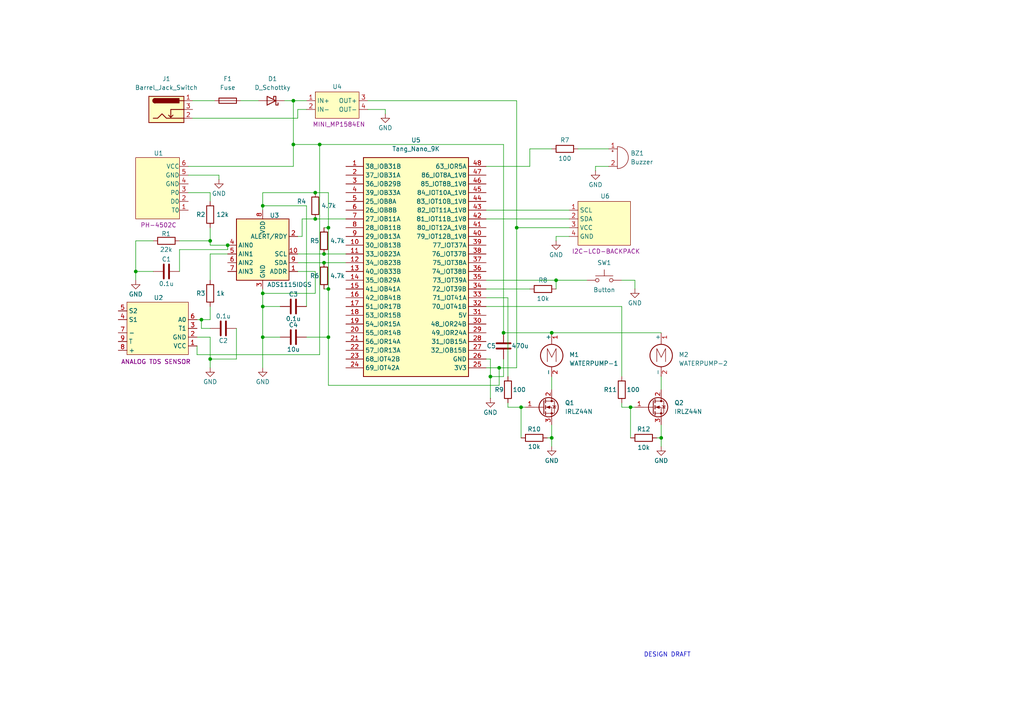
<source format=kicad_sch>
(kicad_sch (version 20250114) (generator "eeschema") (generator_version "9.0")
  (paper "A4")
  (lib_symbols
    (symbol "0my_project:Tang_Nano_9K"
      (property "Reference" "U" (at 19.558 4.064 0))
      (property "Value" "Tang_Nano_9K" (at 12.954 -62.738 0))
      (symbol "Tang_Nano_9K_1_1"
        (rectangle (start 5.08 2.54) (end 35.56 -60.96) (stroke (width 0.254)) (fill (type background)))
        (pin bidirectional line (at 0 0 0) (length 5.08) (name "38_IOB31B") (number "1"))
        (pin bidirectional line (at 0 -2.54 0) (length 5.08) (name "37_IOB31A") (number "2"))
        (pin bidirectional line (at 0 -5.08 0) (length 5.08) (name "36_IOB29B") (number "3"))
        (pin bidirectional line (at 0 -7.62 0) (length 5.08) (name "39_IOB33A") (number "4"))
        (pin bidirectional line (at 0 -10.16 0) (length 5.08) (name "25_IOB8A") (number "5"))
        (pin bidirectional line (at 0 -12.7 0) (length 5.08) (name "26_IOB8B") (number "6"))
        (pin bidirectional line (at 0 -15.24 0) (length 5.08) (name "27_IOB11A") (number "7"))
        (pin bidirectional line (at 0 -17.78 0) (length 5.08) (name "28_IOB11B") (number "8"))
        (pin bidirectional line (at 0 -20.32 0) (length 5.08) (name "29_IOB13A") (number "9"))
        (pin bidirectional line (at 0 -22.86 0) (length 5.08) (name "30_IOB13B") (number "10"))
        (pin bidirectional line (at 0 -25.4 0) (length 5.08) (name "33_IOB23A") (number "11"))
        (pin bidirectional line (at 0 -27.94 0) (length 5.08) (name "34_IOB23B") (number "12"))
        (pin bidirectional line (at 0 -30.48 0) (length 5.08) (name "40_IOB33B") (number "13"))
        (pin bidirectional line (at 0 -33.02 0) (length 5.08) (name "35_IOB29A") (number "14"))
        (pin bidirectional line (at 0 -35.56 0) (length 5.08) (name "41_IOB41A") (number "15"))
        (pin bidirectional line (at 0 -38.1 0) (length 5.08) (name "42_IOB41B") (number "16"))
        (pin bidirectional line (at 0 -40.64 0) (length 5.08) (name "51_IOR17B") (number "17"))
        (pin bidirectional line (at 0 -43.18 0) (length 5.08) (name "53_IOR15B") (number "18"))
        (pin bidirectional line (at 0 -45.72 0) (length 5.08) (name "54_IOR15A") (number "19"))
        (pin bidirectional line (at 0 -48.26 0) (length 5.08) (name "55_IOR14B") (number "20"))
        (pin bidirectional line (at 0 -50.8 0) (length 5.08) (name "56_IOR14A") (number "21"))
        (pin bidirectional line (at 0 -53.34 0) (length 5.08) (name "57_IOR13A") (number "22"))
        (pin bidirectional line (at 0 -55.88 0) (length 5.08) (name "68_IOT42B") (number "23"))
        (pin bidirectional line (at 0 -58.42 0) (length 5.08) (name "69_IOT42A") (number "24"))
        (pin bidirectional line (at 40.64 0 180) (length 5.08) (name "63_IOR5A") (number "48"))
        (pin bidirectional line (at 40.64 -2.54 180) (length 5.08) (name "86_IOT8A_1V8") (number "47"))
        (pin bidirectional line (at 40.64 -5.08 180) (length 5.08) (name "85_IOT8B_1V8") (number "46"))
        (pin bidirectional line (at 40.64 -7.62 180) (length 5.08) (name "84_IOT10A_1V8") (number "45"))
        (pin bidirectional line (at 40.64 -10.16 180) (length 5.08) (name "83_IOT10B_1V8") (number "44"))
        (pin bidirectional line (at 40.64 -12.7 180) (length 5.08) (name "82_IOT11A_1V8") (number "43"))
        (pin bidirectional line (at 40.64 -15.24 180) (length 5.08) (name "81_IOT11B_1V8") (number "42"))
        (pin bidirectional line (at 40.64 -17.78 180) (length 5.08) (name "80_IOT12A_1V8") (number "41"))
        (pin bidirectional line (at 40.64 -20.32 180) (length 5.08) (name "79_IOT12B_1V8") (number "40"))
        (pin bidirectional line (at 40.64 -22.86 180) (length 5.08) (name "77_IOT37A") (number "39"))
        (pin bidirectional line (at 40.64 -25.4 180) (length 5.08) (name "76_IOT37B") (number "38"))
        (pin bidirectional line (at 40.64 -27.94 180) (length 5.08) (name "75_IOT38A") (number "37"))
        (pin bidirectional line (at 40.64 -30.48 180) (length 5.08) (name "74_IOT38B") (number "36"))
        (pin bidirectional line (at 40.64 -33.02 180) (length 5.08) (name "73_IOT39A") (number "35"))
        (pin bidirectional line (at 40.64 -35.56 180) (length 5.08) (name "72_IOT39B") (number "34"))
        (pin bidirectional line (at 40.64 -38.1 180) (length 5.08) (name "71_IOT41A") (number "33"))
        (pin bidirectional line (at 40.64 -40.64 180) (length 5.08) (name "70_IOT41B") (number "32"))
        (pin power_out line (at 40.64 -43.18 180) (length 5.08) (name "5V") (number "31"))
        (pin bidirectional line (at 40.64 -45.72 180) (length 5.08) (name "48_IOR24B") (number "30"))
        (pin bidirectional line (at 40.64 -48.26 180) (length 5.08) (name "49_IOR24A") (number "29"))
        (pin bidirectional line (at 40.64 -50.8 180) (length 5.08) (name "31_IOB15A") (number "28"))
        (pin bidirectional line (at 40.64 -53.34 180) (length 5.08) (name "32_IOB15B") (number "27"))
        (pin power_out line (at 40.64 -55.88 180) (length 5.08) (name "GND") (number "26"))
        (pin power_out line (at 40.64 -58.42 180) (length 5.08) (name "3V3") (number "25"))
      )
    )
    (symbol "1_CustomSymbols:ANALOG-TDS-SENSOR"
      (property "Reference" "U" (at -9.398 16.51 0))
      (property "Description" "ANALOG TDS SENSOR" (at -8.636 -2.032 0))
      (symbol "ANALOG-TDS-SENSOR_1_1"
        (rectangle (start -17.78 15.24) (end 0 0) (fill (type color) (color 255 255 194 1)))
        (pin passive line (at -20.32 12.7 0) (length 2.54) (name "S2") (number "5"))
        (pin passive line (at -20.32 10.16 0) (length 2.54) (name "S1") (number "4"))
        (pin passive line (at -20.32 6.35 0) (length 2.54) (name "-") (number "7"))
        (pin passive line (at -20.32 3.81 0) (length 2.54) (name "T") (number "9"))
        (pin passive line (at -20.32 1.27 0) (length 2.54) (name "+") (number "8"))
        (pin passive line (at 2.54 10.16 180) (length 2.54) (name "A0") (number "6"))
        (pin passive line (at 2.54 7.62 180) (length 2.54) (name "T1") (number "3"))
        (pin passive line (at 2.54 5.08 180) (length 2.54) (name "GND") (number "2"))
        (pin passive line (at 2.54 2.54 180) (length 2.54) (name "VCC") (number "1"))
      )
    )
    (symbol "1_CustomSymbols:I2C-LCD-BACKPACK"
      (property "Reference" "U" (at -7.62 13.716 0))
      (property "Description" "I2C-LCD-BACKPACK" (at -7.112 -2.032 0))
      (symbol "I2C-LCD-BACKPACK_1_1"
        (rectangle (start -15.24 12.7) (end 0 0) (fill (type color) (color 255 255 194 1)))
        (pin passive line (at 2.54 10.16 180) (length 2.54) (name "SCL") (number "1"))
        (pin passive line (at 2.54 7.62 180) (length 2.54) (name "SDA") (number "2"))
        (pin passive line (at 2.54 5.08 180) (length 2.54) (name "VCC") (number "3"))
        (pin passive line (at 2.54 2.54 180) (length 2.54) (name "GND") (number "4"))
      )
    )
    (symbol "1_CustomSymbols:MINI_MP1584EN"
      (property "Reference" "U" (at -6.604 8.636 0))
      (property "Description" "MINI_MP1584EN" (at -6.35 -2.032 0))
      (symbol "MINI_MP1584EN_1_1"
        (rectangle (start -12.7 7.62) (end 0 0) (fill (type color) (color 255 255 194 1)))
        (pin passive line (at -15.24 5.08 0) (length 2.54) (name "IN+") (number "1"))
        (pin passive line (at -15.24 2.54 0) (length 2.54) (name "IN-") (number "2"))
        (pin passive line (at 2.54 5.08 180) (length 2.54) (name "OUT+") (number "3"))
        (pin passive line (at 2.54 2.54 180) (length 2.54) (name "OUT-") (number "4"))
      )
    )
    (symbol "1_CustomSymbols:PH-4502C" (pin_names (offset 0.002))
      (property "Reference" "U" (at -6.096 18.796 0))
      (property "Description" "PH-4502C" (at -6.096 -1.27 0))
      (symbol "PH-4502C_1_1"
        (rectangle (start -12.7 17.78) (end 0 0) (fill (type color) (color 255 255 194 1)))
        (pin passive line (at 2.54 15.24 180) (length 2.54) (name "VCC") (number "6"))
        (pin passive line (at 2.54 12.7 180) (length 2.54) (name "GND") (number "5"))
        (pin passive line (at 2.54 10.16 180) (length 2.54) (name "GND") (number "4"))
        (pin passive line (at 2.54 7.62 180) (length 2.54) (name "P0") (number "3"))
        (pin passive line (at 2.54 5.08 180) (length 2.54) (name "D0") (number "2"))
        (pin passive line (at 2.54 2.54 180) (length 2.54) (name "T0") (number "1"))
      )
    )
    (symbol "Analog_ADC:ADS1115IDGS"
      (property "Reference" "U" (at 2.54 13.97 0))
      (property "Value" "ADS1115IDGS" (at 7.62 11.43 0))
      (symbol "ADS1115IDGS_0_1"
        (rectangle (start -7.62 10.16) (end 7.62 -7.62) (stroke (width 0.254)) (fill (type background)))
      )
      (symbol "ADS1115IDGS_1_1"
        (pin input line (at -10.16 2.54 0) (length 2.54) (name "AIN0") (number "4"))
        (pin input line (at -10.16 0 0) (length 2.54) (name "AIN1") (number "5"))
        (pin input line (at -10.16 -2.54 0) (length 2.54) (name "AIN2") (number "6"))
        (pin input line (at -10.16 -5.08 0) (length 2.54) (name "AIN3") (number "7"))
        (pin power_in line (at 0 12.7 270) (length 2.54) (name "VDD") (number "8"))
        (pin power_in line (at 0 -10.16 90) (length 2.54) (name "GND") (number "3"))
        (pin output line (at 10.16 5.08 180) (length 2.54) (name "ALERT/RDY") (number "2"))
        (pin input line (at 10.16 0 180) (length 2.54) (name "SCL") (number "10"))
        (pin bidirectional line (at 10.16 -2.54 180) (length 2.54) (name "SDA") (number "9"))
        (pin input line (at 10.16 -5.08 180) (length 2.54) (name "ADDR") (number "1"))
      )
    )
    (symbol "Connector:Barrel_Jack_Switch" (pin_names (hide yes))
      (property "Reference" "J" (at 0 5.334 0))
      (property "Value" "Barrel_Jack_Switch" (at 0 -5.08 0))
      (symbol "Barrel_Jack_Switch_0_1"
        (rectangle (start -5.08 3.81) (end 5.08 -3.81) (stroke (width 0.254)) (fill (type background)))
        (polyline (pts (xy -3.81 -2.54) (xy -2.54 -2.54) (xy -1.27 -1.27) (xy 0 -2.54) (xy 2.54 -2.54) (xy 5.08 -2.54)) (stroke (width 0.254)))
        (arc (start -3.302 1.905) (mid -3.9343 2.54) (end -3.302 3.175) (stroke (width 0.254)))
        (arc (start -3.302 1.905) (mid -3.9343 2.54) (end -3.302 3.175) (stroke (width 0.254)) (fill (type outline)))
        (polyline (pts (xy 1.27 -2.286) (xy 1.905 -1.651)) (stroke (width 0.254)))
        (rectangle (start 3.683 3.175) (end -3.302 1.905) (stroke (width 0.254)) (fill (type outline)))
        (polyline (pts (xy 5.08 2.54) (xy 3.81 2.54)) (stroke (width 0.254)))
        (polyline (pts (xy 5.08 0) (xy 1.27 0) (xy 1.27 -2.286) (xy 0.635 -1.651)) (stroke (width 0.254)))
      )
      (symbol "Barrel_Jack_Switch_1_1"
        (pin passive line (at 7.62 2.54 180) (length 2.54) (name "~") (number "1"))
        (pin passive line (at 7.62 0 180) (length 2.54) (name "~") (number "3"))
        (pin passive line (at 7.62 -2.54 180) (length 2.54) (name "~") (number "2"))
      )
    )
    (symbol "Device:Buzzer" (pin_names (offset 0.0254) (hide yes))
      (property "Reference" "BZ" (at 3.81 1.27 0))
      (property "Value" "Buzzer" (at 3.81 -1.27 0))
      (symbol "Buzzer_0_1"
        (polyline (pts (xy -1.651 1.905) (xy -1.143 1.905)))
        (polyline (pts (xy -1.397 2.159) (xy -1.397 1.651)))
        (arc (start 0 3.175) (mid 3.1612 0) (end 0 -3.175))
        (polyline (pts (xy 0 3.175) (xy 0 -3.175)))
      )
      (symbol "Buzzer_1_1"
        (pin passive line (at -2.54 2.54 0) (length 2.54) (name "+") (number "1"))
        (pin passive line (at -2.54 -2.54 0) (length 2.54) (name "-") (number "2"))
      )
    )
    (symbol "Device:C" (pin_numbers (hide yes)) (pin_names (offset 0.254))
      (property "Reference" "C" (at 0.635 2.54 0))
      (property "Value" "C" (at 0.635 -2.54 0))
      (symbol "C_0_1"
        (polyline (pts (xy -2.032 0.762) (xy 2.032 0.762)) (stroke (width 0.508)))
        (polyline (pts (xy -2.032 -0.762) (xy 2.032 -0.762)) (stroke (width 0.508)))
      )
      (symbol "C_1_1"
        (pin passive line (at 0 3.81 270) (length 2.794) (name "~") (number "1"))
        (pin passive line (at 0 -3.81 90) (length 2.794) (name "~") (number "2"))
      )
    )
    (symbol "Device:D_Schottky" (pin_numbers (hide yes)) (pin_names (offset 1.016) (hide yes))
      (property "Reference" "D" (at 0 2.54 0))
      (property "Value" "D_Schottky" (at 0 -2.54 0))
      (symbol "D_Schottky_0_1"
        (polyline (pts (xy -1.905 0.635) (xy -1.905 1.27) (xy -1.27 1.27) (xy -1.27 -1.27) (xy -0.635 -1.27) (xy -0.635 -0.635)) (stroke (width 0.254)))
        (polyline (pts (xy 1.27 1.27) (xy 1.27 -1.27) (xy -1.27 0) (xy 1.27 1.27)) (stroke (width 0.254)))
        (polyline (pts (xy 1.27 0) (xy -1.27 0)))
      )
      (symbol "D_Schottky_1_1"
        (pin passive line (at -3.81 0 0) (length 2.54) (name "K") (number "1"))
        (pin passive line (at 3.81 0 180) (length 2.54) (name "A") (number "2"))
      )
    )
    (symbol "Device:Fuse" (pin_numbers (hide yes)) (pin_names (offset 0))
      (property "Reference" "F" (at 2.032 0 90))
      (property "Value" "Fuse" (at -1.905 0 90))
      (symbol "Fuse_0_1"
        (rectangle (start -0.762 -2.54) (end 0.762 2.54) (stroke (width 0.254)))
        (polyline (pts (xy 0 2.54) (xy 0 -2.54)))
      )
      (symbol "Fuse_1_1"
        (pin passive line (at 0 3.81 270) (length 1.27) (name "~") (number "1"))
        (pin passive line (at 0 -3.81 90) (length 1.27) (name "~") (number "2"))
      )
    )
    (symbol "Device:R" (pin_numbers (hide yes)) (pin_names (offset 0))
      (property "Reference" "R" (at 2.032 0 90))
      (property "Value" "R" (at 0 0 90))
      (symbol "R_0_1"
        (rectangle (start -1.016 -2.54) (end 1.016 2.54) (stroke (width 0.254)))
      )
      (symbol "R_1_1"
        (pin passive line (at 0 3.81 270) (length 1.27) (name "~") (number "1"))
        (pin passive line (at 0 -3.81 90) (length 1.27) (name "~") (number "2"))
      )
    )
    (symbol "Motor:Motor_DC" (pin_names (offset 0))
      (property "Reference" "M" (at 2.54 2.54 0))
      (property "Value" "Motor_DC" (at 2.54 -5.08 0))
      (symbol "Motor_DC_0_0"
        (polyline (pts (xy -1.27 -3.302) (xy -1.27 0.508) (xy 0 -2.032) (xy 1.27 0.508) (xy 1.27 -3.302)))
      )
      (symbol "Motor_DC_0_1"
        (polyline (pts (xy 0 2.032) (xy 0 2.54)))
        (polyline (pts (xy 0 1.7272) (xy 0 2.0828)))
        (circle (center 0 -1.524) (radius 3.2512) (stroke (width 0.254)))
        (polyline (pts (xy 0 -4.7752) (xy 0 -5.1816)))
        (polyline (pts (xy 0 -7.62) (xy 0 -7.112)))
      )
      (symbol "Motor_DC_1_1"
        (pin passive line (at 0 5.08 270) (length 2.54) (name "+") (number "1"))
        (pin passive line (at 0 -7.62 90) (length 2.54) (name "-") (number "2"))
      )
    )
    (symbol "Switch:SW_Push" (pin_numbers (hide yes)) (pin_names (offset 1.016) (hide yes))
      (property "Reference" "SW" (at 1.27 2.54 0))
      (property "Value" "SW_Push" (at 0 -1.524 0))
      (symbol "SW_Push_0_1"
        (circle (center -2.032 0) (radius 0.508))
        (polyline (pts (xy 0 1.27) (xy 0 3.048)))
        (circle (center 2.032 0) (radius 0.508))
        (polyline (pts (xy 2.54 1.27) (xy -2.54 1.27)))
        (pin passive line (at -5.08 0 0) (length 2.54) (name "1") (number "1"))
        (pin passive line (at 5.08 0 180) (length 2.54) (name "2") (number "2"))
      )
    )
    (symbol "Transistor_FET:IRLZ44N" (pin_names (hide yes))
      (property "Reference" "Q" (at 5.08 1.905 0))
      (property "Value" "IRLZ44N" (at 5.08 0 0))
      (symbol "IRLZ44N_0_1"
        (polyline (pts (xy 0.254 1.905) (xy 0.254 -1.905)) (stroke (width 0.254)))
        (polyline (pts (xy 0.254 0) (xy -2.54 0)))
        (polyline (pts (xy 0.762 2.286) (xy 0.762 1.27)) (stroke (width 0.254)))
        (polyline (pts (xy 0.762 0.508) (xy 0.762 -0.508)) (stroke (width 0.254)))
        (polyline (pts (xy 0.762 -1.27) (xy 0.762 -2.286)) (stroke (width 0.254)))
        (polyline (pts (xy 0.762 -1.778) (xy 3.302 -1.778) (xy 3.302 1.778) (xy 0.762 1.778)))
        (polyline (pts (xy 1.016 0) (xy 2.032 0.381) (xy 2.032 -0.381) (xy 1.016 0)) (fill (type outline)))
        (circle (center 1.651 0) (radius 2.794) (stroke (width 0.254)))
        (polyline (pts (xy 2.54 2.54) (xy 2.54 1.778)))
        (circle (center 2.54 1.778) (radius 0.254) (fill (type outline)))
        (circle (center 2.54 -1.778) (radius 0.254) (fill (type outline)))
        (polyline (pts (xy 2.54 -2.54) (xy 2.54 0) (xy 0.762 0)))
        (polyline (pts (xy 2.794 0.508) (xy 2.921 0.381) (xy 3.683 0.381) (xy 3.81 0.254)))
        (polyline (pts (xy 3.302 0.381) (xy 2.921 -0.254) (xy 3.683 -0.254) (xy 3.302 0.381)))
      )
      (symbol "IRLZ44N_1_1"
        (pin input line (at -5.08 0 0) (length 2.54) (name "G") (number "1"))
        (pin passive line (at 2.54 5.08 270) (length 2.54) (name "D") (number "2"))
        (pin passive line (at 2.54 -5.08 90) (length 2.54) (name "S") (number "3"))
      )
    )
    (symbol "power:GND" (power) (pin_numbers (hide yes)) (pin_names (offset 0) (hide yes))
      (property "Value" "GND" (at 0 -3.81 0))
      (symbol "GND_0_1"
        (polyline (pts (xy 0 0) (xy 0 -1.27) (xy 1.27 -1.27) (xy 0 -2.54) (xy -1.27 -1.27) (xy 0 -1.27)))
      )
      (symbol "GND_1_1"
        (pin power_in line (at 0 0 270) (length 0) (name "~") (number "1"))
      )
    )
  )
  (text "DESIGN DRAFT" (at 193.548 189.992 0) (effects (font (size 1.27 1.27))))
  (junction (at 95.25 97.79))
  (junction (at 182.88 118.11))
  (junction (at 93.98 73.66))
  (junction (at 149.86 66.04))
  (junction (at 76.2 59.69))
  (junction (at 66.04 71.12))
  (junction (at 160.02 96.52))
  (junction (at 58.42 92.71))
  (junction (at 146.05 96.52))
  (junction (at 92.71 41.91))
  (junction (at 91.44 55.88))
  (junction (at 39.37 78.74))
  (junction (at 76.2 85.09))
  (junction (at 76.2 88.9))
  (junction (at 161.29 81.28))
  (junction (at 85.09 41.91))
  (junction (at 93.98 76.2))
  (junction (at 60.96 104.14))
  (junction (at 151.13 118.11))
  (junction (at 85.09 29.21))
  (junction (at 142.24 109.22))
  (junction (at 95.25 83.82))
  (junction (at 91.44 63.5))
  (junction (at 160.02 127))
  (junction (at 76.2 97.79))
  (junction (at 60.96 69.85))
  (junction (at 95.25 66.04))
  (junction (at 144.78 106.68))
  (junction (at 191.77 127))
  (wire (pts (xy 161.29 81.28) (xy 170.18 81.28)))
  (wire (pts (xy 93.98 83.82) (xy 95.25 83.82)))
  (wire (pts (xy 176.53 48.26) (xy 172.72 48.26)))
  (wire (pts (xy 76.2 85.09) (xy 76.2 88.9)))
  (wire (pts (xy 44.45 69.85) (xy 39.37 69.85)))
  (wire (pts (xy 167.64 43.18) (xy 176.53 43.18)))
  (wire (pts (xy 87.63 68.58) (xy 87.63 63.5)))
  (wire (pts (xy 76.2 88.9) (xy 81.28 88.9)))
  (wire (pts (xy 106.68 29.21) (xy 149.86 29.21)))
  (wire (pts (xy 140.97 88.9) (xy 180.34 88.9)))
  (wire (pts (xy 140.97 48.26) (xy 153.67 48.26)))
  (wire (pts (xy 151.13 118.11) (xy 151.13 127)))
  (wire (pts (xy 86.36 31.75) (xy 88.9 31.75)))
  (wire (pts (xy 161.29 68.58) (xy 161.29 69.85)))
  (wire (pts (xy 76.2 88.9) (xy 76.2 97.79)))
  (wire (pts (xy 86.36 34.29) (xy 86.36 31.75)))
  (wire (pts (xy 161.29 81.28) (xy 161.29 83.82)))
  (wire (pts (xy 68.58 104.14) (xy 60.96 104.14)))
  (wire (pts (xy 140.97 60.96) (xy 165.1 60.96)))
  (wire (pts (xy 86.36 78.74) (xy 91.44 78.74)))
  (wire (pts (xy 149.86 66.04) (xy 165.1 66.04)))
  (wire (pts (xy 95.25 55.88) (xy 95.25 66.04)))
  (wire (pts (xy 95.25 97.79) (xy 95.25 111.76)))
  (wire (pts (xy 142.24 104.14) (xy 142.24 109.22)))
  (wire (pts (xy 95.25 83.82) (xy 95.25 97.79)))
  (wire (pts (xy 54.61 48.26) (xy 85.09 48.26)))
  (wire (pts (xy 95.25 111.76) (xy 144.78 111.76)))
  (wire (pts (xy 182.88 118.11) (xy 182.88 127)))
  (wire (pts (xy 160.02 96.52) (xy 191.77 96.52)))
  (wire (pts (xy 160.02 127) (xy 160.02 129.54)))
  (wire (pts (xy 88.9 59.69) (xy 88.9 88.9)))
  (wire (pts (xy 39.37 78.74) (xy 39.37 81.28)))
  (wire (pts (xy 76.2 59.69) (xy 88.9 59.69)))
  (wire (pts (xy 76.2 60.96) (xy 76.2 59.69)))
  (wire (pts (xy 60.96 66.04) (xy 60.96 69.85)))
  (wire (pts (xy 60.96 92.71) (xy 60.96 88.9)))
  (wire (pts (xy 76.2 97.79) (xy 81.28 97.79)))
  (wire (pts (xy 165.1 68.58) (xy 161.29 68.58)))
  (wire (pts (xy 60.96 104.14) (xy 60.96 106.68)))
  (wire (pts (xy 69.85 29.21) (xy 74.93 29.21)))
  (wire (pts (xy 93.98 66.04) (xy 95.25 66.04)))
  (wire (pts (xy 63.5 50.8) (xy 63.5 52.07)))
  (wire (pts (xy 191.77 123.19) (xy 191.77 127)))
  (wire (pts (xy 57.15 97.79) (xy 60.96 97.79)))
  (wire (pts (xy 147.32 118.11) (xy 151.13 118.11)))
  (wire (pts (xy 39.37 69.85) (xy 39.37 78.74)))
  (wire (pts (xy 85.09 41.91) (xy 92.71 41.91)))
  (wire (pts (xy 146.05 96.52) (xy 160.02 96.52)))
  (wire (pts (xy 54.61 50.8) (xy 63.5 50.8)))
  (wire (pts (xy 158.75 127) (xy 160.02 127)))
  (wire (pts (xy 58.42 92.71) (xy 60.96 92.71)))
  (wire (pts (xy 76.2 59.69) (xy 76.2 55.88)))
  (wire (pts (xy 111.76 31.75) (xy 111.76 33.02)))
  (wire (pts (xy 76.2 83.82) (xy 76.2 85.09)))
  (wire (pts (xy 153.67 48.26) (xy 153.67 43.18)))
  (wire (pts (xy 86.36 76.2) (xy 93.98 76.2)))
  (wire (pts (xy 146.05 109.22) (xy 142.24 109.22)))
  (wire (pts (xy 52.07 72.39) (xy 52.07 78.74)))
  (wire (pts (xy 85.09 29.21) (xy 85.09 41.91)))
  (wire (pts (xy 85.09 48.26) (xy 85.09 41.91)))
  (wire (pts (xy 146.05 41.91) (xy 146.05 96.52)))
  (wire (pts (xy 60.96 73.66) (xy 66.04 73.66)))
  (wire (pts (xy 172.72 48.26) (xy 172.72 49.53)))
  (wire (pts (xy 140.97 104.14) (xy 142.24 104.14)))
  (wire (pts (xy 87.63 63.5) (xy 91.44 63.5)))
  (wire (pts (xy 58.42 95.25) (xy 58.42 92.71)))
  (wire (pts (xy 106.68 31.75) (xy 111.76 31.75)))
  (wire (pts (xy 180.34 88.9) (xy 180.34 109.22)))
  (wire (pts (xy 144.78 106.68) (xy 149.86 106.68)))
  (wire (pts (xy 76.2 97.79) (xy 76.2 106.68)))
  (wire (pts (xy 140.97 86.36) (xy 147.32 86.36)))
  (wire (pts (xy 76.2 55.88) (xy 91.44 55.88)))
  (wire (pts (xy 88.9 97.79) (xy 95.25 97.79)))
  (wire (pts (xy 66.04 72.39) (xy 52.07 72.39)))
  (wire (pts (xy 93.98 73.66) (xy 100.33 73.66)))
  (wire (pts (xy 52.07 69.85) (xy 60.96 69.85)))
  (wire (pts (xy 191.77 127) (xy 191.77 129.54)))
  (wire (pts (xy 153.67 43.18) (xy 160.02 43.18)))
  (wire (pts (xy 91.44 85.09) (xy 76.2 85.09)))
  (wire (pts (xy 60.96 97.79) (xy 60.96 104.14)))
  (wire (pts (xy 60.96 71.12) (xy 66.04 71.12)))
  (wire (pts (xy 149.86 29.21) (xy 149.86 66.04)))
  (wire (pts (xy 140.97 63.5) (xy 165.1 63.5)))
  (wire (pts (xy 182.88 118.11) (xy 184.15 118.11)))
  (wire (pts (xy 60.96 81.28) (xy 60.96 73.66)))
  (wire (pts (xy 68.58 95.25) (xy 68.58 104.14)))
  (wire (pts (xy 57.15 102.87) (xy 57.15 100.33)))
  (wire (pts (xy 66.04 71.12) (xy 66.04 72.39)))
  (wire (pts (xy 95.25 66.04) (xy 95.25 83.82)))
  (wire (pts (xy 60.96 95.25) (xy 58.42 95.25)))
  (wire (pts (xy 60.96 55.88) (xy 60.96 58.42)))
  (wire (pts (xy 147.32 116.84) (xy 147.32 118.11)))
  (wire (pts (xy 55.88 29.21) (xy 62.23 29.21)))
  (wire (pts (xy 86.36 73.66) (xy 93.98 73.66)))
  (wire (pts (xy 140.97 81.28) (xy 161.29 81.28)))
  (wire (pts (xy 191.77 109.22) (xy 191.77 113.03)))
  (wire (pts (xy 93.98 76.2) (xy 100.33 76.2)))
  (wire (pts (xy 142.24 109.22) (xy 142.24 115.57)))
  (wire (pts (xy 57.15 102.87) (xy 92.71 102.87)))
  (wire (pts (xy 85.09 29.21) (xy 88.9 29.21)))
  (wire (pts (xy 146.05 104.14) (xy 146.05 109.22)))
  (wire (pts (xy 160.02 123.19) (xy 160.02 127)))
  (wire (pts (xy 140.97 106.68) (xy 144.78 106.68)))
  (wire (pts (xy 160.02 109.22) (xy 160.02 113.03)))
  (wire (pts (xy 86.36 68.58) (xy 87.63 68.58)))
  (wire (pts (xy 180.34 116.84) (xy 180.34 118.11)))
  (wire (pts (xy 91.44 78.74) (xy 91.44 85.09)))
  (wire (pts (xy 147.32 86.36) (xy 147.32 109.22)))
  (wire (pts (xy 180.34 81.28) (xy 184.15 81.28)))
  (wire (pts (xy 182.88 118.11) (xy 180.34 118.11)))
  (wire (pts (xy 55.88 34.29) (xy 86.36 34.29)))
  (wire (pts (xy 92.71 41.91) (xy 146.05 41.91)))
  (wire (pts (xy 151.13 118.11) (xy 152.4 118.11)))
  (wire (pts (xy 92.71 41.91) (xy 92.71 102.87)))
  (wire (pts (xy 140.97 83.82) (xy 153.67 83.82)))
  (wire (pts (xy 82.55 29.21) (xy 85.09 29.21)))
  (wire (pts (xy 60.96 69.85) (xy 60.96 71.12)))
  (wire (pts (xy 54.61 55.88) (xy 60.96 55.88)))
  (wire (pts (xy 44.45 78.74) (xy 39.37 78.74)))
  (wire (pts (xy 57.15 92.71) (xy 58.42 92.71)))
  (wire (pts (xy 144.78 111.76) (xy 144.78 106.68)))
  (wire (pts (xy 184.15 81.28) (xy 184.15 83.82)))
  (wire (pts (xy 91.44 63.5) (xy 100.33 63.5)))
  (wire (pts (xy 190.5 127) (xy 191.77 127)))
  (wire (pts (xy 91.44 55.88) (xy 95.25 55.88)))
  (wire (pts (xy 149.86 66.04) (xy 149.86 106.68)))
  (symbol (lib_id "Device:R") (at 154.94 127 270) (unit 1)
    (property "Reference" "R10" (at 154.94 124.46 90))
    (property "Value" "10k" (at 154.94 129.54 90))
    (property "Footprint" "Resistor_THT:R_Axial_DIN0207_L6.3mm_D2.5mm_P10.16mm_Horizontal" (effects (hide yes)))
    (property "Description" "Resistor" (effects (hide yes)))
  )
  (symbol (lib_id "Device:D_Schottky") (at 78.74 29.21 180) (unit 1)
    (property "Reference" "D1" (at 79.0575 22.86 0))
    (property "Value" "D_Schottky" (at 79.0575 25.4 0))
    (property "Footprint" "Diode_THT:D_DO-41_SOD81_P10.16mm_Horizontal" (effects (hide yes)))
    (property "Description" "Schottky diode" (effects (hide yes)))
  )
  (symbol (lib_id "1_CustomSymbols:ANALOG-TDS-SENSOR") (at 54.61 102.87 0) (unit 1)
    (property "Reference" "U2" (at 45.974 86.36 0))
    (property "Footprint" "1_CustomFootprints:TDS-ANALOG-SENSOR" (effects (hide yes)))
    (property "Description" "ANALOG TDS SENSOR" (at 45.212 104.902 0))
  )
  (symbol (lib_id "1_CustomSymbols:MINI_MP1584EN") (at 104.14 34.29 0) (unit 1)
    (property "Reference" "U4" (at 97.79 25.146 0))
    (property "Footprint" "1_CustomFootprints:SRT_MPT1584EN_Module" (effects (hide yes)))
    (property "Description" "MINI_MP1584EN" (at 98.298 36.068 0))
  )
  (symbol (lib_id "power:GND") (at 60.96 106.68 0) (unit 1)
    (property "Reference" "#PWR07" (effects (hide yes)))
    (property "Value" "GND" (at 60.96 110.744 0))
    (property "Description" "Power symbol creates a global label with name \"GND\" , ground" (effects (hide yes)))
  )
  (symbol (lib_id "power:GND") (at 63.5 52.07 0) (unit 1)
    (property "Reference" "#PWR09" (effects (hide yes)))
    (property "Value" "GND" (at 63.5 56.134 0))
    (property "Description" "Power symbol creates a global label with name \"GND\" , ground" (effects (hide yes)))
  )
  (symbol (lib_id "power:GND") (at 184.15 83.82 0) (unit 1)
    (property "Reference" "#PWR06" (effects (hide yes)))
    (property "Value" "GND" (at 184.15 87.884 0))
    (property "Description" "Power symbol creates a global label with name \"GND\" , ground" (effects (hide yes)))
  )
  (symbol (lib_id "power:GND") (at 76.2 106.68 0) (unit 1)
    (property "Reference" "#PWR011" (effects (hide yes)))
    (property "Value" "GND" (at 76.2 110.744 0))
    (property "Description" "Power symbol creates a global label with name \"GND\" , ground" (effects (hide yes)))
  )
  (symbol (lib_id "Device:C") (at 146.05 100.33 180) (unit 1)
    (property "Reference" "C5" (at 142.494 100.33 0))
    (property "Value" "470u" (at 150.876 100.33 0))
    (property "Footprint" "Capacitor_THT:CP_Radial_D10.0mm_P5.00mm" (effects (hide yes)))
    (property "Description" "Unpolarized capacitor" (effects (hide yes)))
  )
  (symbol (lib_id "Device:R") (at 163.83 43.18 90) (unit 1)
    (property "Reference" "R7" (at 163.83 40.64 90))
    (property "Value" "100" (at 163.83 45.974 90))
    (property "Footprint" "Resistor_THT:R_Axial_DIN0207_L6.3mm_D2.5mm_P10.16mm_Horizontal" (effects (hide yes)))
    (property "Description" "Resistor" (effects (hide yes)))
  )
  (symbol (lib_id "Device:R") (at 48.26 69.85 90) (unit 1)
    (property "Reference" "R1" (at 49.53 67.818 90) (effects (justify left)))
    (property "Value" "22k" (at 50.038 72.39 90) (effects (justify left)))
    (property "Footprint" "Resistor_THT:R_Axial_DIN0207_L6.3mm_D2.5mm_P10.16mm_Horizontal" (effects (hide yes)))
    (property "Description" "Resistor" (effects (hide yes)))
  )
  (symbol (lib_id "Device:R") (at 93.98 69.85 0) (unit 1)
    (property "Reference" "R5" (at 89.916 69.85 0) (effects (justify left)))
    (property "Value" "4.7k" (at 95.758 69.85 0) (effects (justify left)))
    (property "Footprint" "Resistor_THT:R_Axial_DIN0207_L6.3mm_D2.5mm_P10.16mm_Horizontal" (effects (hide yes)))
    (property "Description" "Resistor" (effects (hide yes)))
  )
  (symbol (lib_id "Device:C") (at 85.09 97.79 90) (unit 1)
    (property "Reference" "C4" (at 85.09 94.234 90))
    (property "Value" "10u" (at 85.09 101.346 90))
    (property "Footprint" "Capacitor_THT:C_Radial_D6.3mm_H5.0mm_P2.50mm" (effects (hide yes)))
    (property "Description" "Unpolarized capacitor" (effects (hide yes)))
  )
  (symbol (lib_id "Device:Fuse") (at 66.04 29.21 90) (unit 1)
    (property "Reference" "F1" (at 66.04 22.86 90))
    (property "Value" "Fuse" (at 66.04 25.4 90))
    (property "Footprint" "Fuse:Fuseholder_Clip-5x20mm_Keystone_3512P_Inline_P23.62x7.27mm_D1.02x2.41x1.02x1.57mm_Horizontal" (effects (hide yes)))
    (property "Description" "Fuse" (effects (hide yes)))
  )
  (symbol (lib_id "Device:R") (at 60.96 85.09 0) (unit 1)
    (property "Reference" "R3" (at 56.896 85.09 0) (effects (justify left)))
    (property "Value" "1k" (at 62.738 85.09 0) (effects (justify left)))
    (property "Footprint" "Resistor_THT:R_Axial_DIN0207_L6.3mm_D2.5mm_P10.16mm_Horizontal" (effects (hide yes)))
    (property "Description" "Resistor" (effects (hide yes)))
  )
  (symbol (lib_id "Transistor_FET:IRLZ44N") (at 157.48 118.11 0) (unit 1)
    (property "Reference" "Q1" (at 163.83 116.8399 0) (effects (justify left)))
    (property "Value" "IRLZ44N" (at 163.83 119.3799 0) (effects (justify left)))
    (property "Footprint" "Package_TO_SOT_THT:TO-220-3_Vertical" (effects (hide yes)))
    (property "Datasheet" "http://www.irf.com/product-info/datasheets/data/irlz44n.pdf" (effects (hide yes)))
    (property "Description" "47A Id, 55V Vds, 22mOhm Rds Single N-Channel HEXFET Power MOSFET, TO-220AB" (effects (hide yes)))
  )
  (symbol (lib_id "Device:R") (at 91.44 59.69 0) (unit 1)
    (property "Reference" "R4" (at 86.106 58.42 0) (effects (justify left)))
    (property "Value" "4.7k" (at 93.218 59.69 0) (effects (justify left)))
    (property "Footprint" "Resistor_THT:R_Axial_DIN0207_L6.3mm_D2.5mm_P10.16mm_Horizontal" (effects (hide yes)))
    (property "Description" "Resistor" (effects (hide yes)))
  )
  (symbol (lib_id "0my_project:Tang_Nano_9K") (at 100.33 48.26 0) (unit 1)
    (property "Reference" "U5" (at 120.65 40.64 0))
    (property "Value" "Tang_Nano_9K" (at 120.65 43.18 0))
    (property "Footprint" "0my_project:DIP-48_TangNano9K" (effects (hide yes)))
    (property "Datasheet" "https://wiki.sipeed.com/hardware/en/tang/Tang-Nano-9K/Nano-9K.html" (effects (hide yes)))
    (property "Description" "Tang Nano 9K FPGA" (effects (hide yes)))
    (property "Akizuki" "117448" (effects (hide yes)))
  )
  (symbol (lib_id "Motor:Motor_DC") (at 191.77 101.6 0) (unit 1)
    (property "Reference" "M2" (at 196.85 102.8699 0) (effects (justify left)))
    (property "Value" "WATERPUMP-2" (at 196.85 105.4099 0) (effects (justify left)))
    (property "Footprint" "Connector_PinHeader_2.54mm:PinHeader_1x02_P2.54mm_Vertical" (effects (hide yes)))
    (property "Description" "DC Motor" (effects (hide yes)))
  )
  (symbol (lib_id "Device:R") (at 93.98 80.01 0) (unit 1)
    (property "Reference" "R6" (at 89.916 80.01 0) (effects (justify left)))
    (property "Value" "4.7k" (at 95.758 80.01 0) (effects (justify left)))
    (property "Footprint" "Resistor_THT:R_Axial_DIN0207_L6.3mm_D2.5mm_P10.16mm_Horizontal" (effects (hide yes)))
    (property "Description" "Resistor" (effects (hide yes)))
  )
  (symbol (lib_id "Motor:Motor_DC") (at 160.02 101.6 0) (unit 1)
    (property "Reference" "M1" (at 165.1 102.8699 0) (effects (justify left)))
    (property "Value" "WATERPUMP-1" (at 165.1 105.4099 0) (effects (justify left)))
    (property "Footprint" "Connector_PinHeader_2.54mm:PinHeader_1x02_P2.54mm_Vertical" (effects (hide yes)))
    (property "Description" "DC Motor" (effects (hide yes)))
  )
  (symbol (lib_id "power:GND") (at 160.02 129.54 0) (unit 1)
    (property "Reference" "#PWR04" (effects (hide yes)))
    (property "Value" "GND" (at 160.02 133.604 0))
    (property "Description" "Power symbol creates a global label with name \"GND\" , ground" (effects (hide yes)))
  )
  (symbol (lib_id "Transistor_FET:IRLZ44N") (at 189.23 118.11 0) (unit 1)
    (property "Reference" "Q2" (at 195.58 116.8399 0) (effects (justify left)))
    (property "Value" "IRLZ44N" (at 195.58 119.3799 0) (effects (justify left)))
    (property "Footprint" "Package_TO_SOT_THT:TO-220-3_Vertical" (effects (hide yes)))
    (property "Datasheet" "http://www.irf.com/product-info/datasheets/data/irlz44n.pdf" (effects (hide yes)))
    (property "Description" "47A Id, 55V Vds, 22mOhm Rds Single N-Channel HEXFET Power MOSFET, TO-220AB" (effects (hide yes)))
  )
  (symbol (lib_id "Device:R") (at 157.48 83.82 90) (unit 1)
    (property "Reference" "R8" (at 157.48 81.28 90))
    (property "Value" "10k" (at 157.48 86.614 90))
    (property "Footprint" "Resistor_THT:R_Axial_DIN0207_L6.3mm_D2.5mm_P10.16mm_Horizontal" (effects (hide yes)))
    (property "Description" "Resistor" (effects (hide yes)))
  )
  (symbol (lib_id "power:GND") (at 142.24 115.57 0) (unit 1)
    (property "Reference" "#PWR010" (effects (hide yes)))
    (property "Value" "GND" (at 142.24 119.634 0))
    (property "Description" "Power symbol creates a global label with name \"GND\" , ground" (effects (hide yes)))
  )
  (symbol (lib_id "1_CustomSymbols:I2C-LCD-BACKPACK") (at 167.64 71.12 0) (mirror y) (unit 1)
    (property "Reference" "U6" (at 175.514 56.896 0))
    (property "Footprint" "1_CustomFootprints:I2C-BACKPACK-LCD" (effects (hide yes)))
    (property "Description" "I2C-LCD-BACKPACK" (at 175.768 72.898 0))
  )
  (symbol (lib_id "power:GND") (at 39.37 81.28 0) (unit 1)
    (property "Reference" "#PWR08" (effects (hide yes)))
    (property "Value" "GND" (at 39.37 85.344 0))
    (property "Description" "Power symbol creates a global label with name \"GND\" , ground" (effects (hide yes)))
  )
  (symbol (lib_id "Device:R") (at 147.32 113.03 0) (unit 1)
    (property "Reference" "R9" (at 144.78 113.03 0))
    (property "Value" "100" (at 150.622 113.03 0))
    (property "Footprint" "Resistor_THT:R_Axial_DIN0207_L6.3mm_D2.5mm_P10.16mm_Horizontal" (effects (hide yes)))
    (property "Description" "Resistor" (effects (hide yes)))
  )
  (symbol (lib_id "1_CustomSymbols:PH-4502C") (at 52.07 63.5 0) (unit 1)
    (property "Reference" "U1" (at 45.974 44.45 0))
    (property "Footprint" "1_CustomFootprints:PH-4502C" (effects (hide yes)))
    (property "Description" "PH-4502C" (at 45.974 65.278 0))
  )
  (symbol (lib_id "Switch:SW_Push") (at 175.26 81.28 0) (unit 1)
    (property "Reference" "SW1" (at 175.26 76.2 0))
    (property "Value" "Button" (at 175.26 84.074 0))
    (property "Footprint" "Connector_PinHeader_2.54mm:PinHeader_1x02_P2.54mm_Vertical" (effects (hide yes)))
    (property "Description" "Push button switch, generic, two pins" (effects (hide yes)))
  )
  (symbol (lib_id "Analog_ADC:ADS1115IDGS") (at 76.2 73.66 0) (unit 1)
    (property "Reference" "U3" (at 78.232 62.484 0) (effects (justify left)))
    (property "Value" "ADS1115IDGS" (at 77.47 82.55 0) (effects (justify left)))
    (property "Footprint" "Package_SO:TSSOP-10_3x3mm_P0.5mm" (effects (hide yes)))
    (property "Datasheet" "http://www.ti.com/lit/ds/symlink/ads1113.pdf" (effects (hide yes)))
    (property "Description" "Ultra-Small, Low-Power, I2C-Compatible, 860-SPS, 16-Bit ADCs With Internal Reference, Oscillator, and Programmable Comparator, VSSOP-10" (effects (hide yes)))
  )
  (symbol (lib_id "Device:Buzzer") (at 179.07 45.72 0) (unit 1)
    (property "Reference" "BZ1" (at 182.88 44.4499 0) (effects (justify left)))
    (property "Value" "Buzzer" (at 182.88 46.9899 0) (effects (justify left)))
    (property "Footprint" "Connector_PinHeader_2.54mm:PinHeader_1x02_P2.54mm_Vertical" (effects (hide yes)))
    (property "Description" "Buzzer, polarized" (effects (hide yes)))
  )
  (symbol (lib_id "Device:R") (at 180.34 113.03 0) (unit 1)
    (property "Reference" "R11" (at 177.038 113.03 0))
    (property "Value" "100" (at 183.642 113.03 0))
    (property "Footprint" "Resistor_THT:R_Axial_DIN0207_L6.3mm_D2.5mm_P10.16mm_Horizontal" (effects (hide yes)))
    (property "Description" "Resistor" (effects (hide yes)))
  )
  (symbol (lib_id "Device:R") (at 60.96 62.23 0) (unit 1)
    (property "Reference" "R2" (at 56.896 62.23 0) (effects (justify left)))
    (property "Value" "12k" (at 62.738 62.23 0) (effects (justify left)))
    (property "Footprint" "Resistor_THT:R_Axial_DIN0207_L6.3mm_D2.5mm_P10.16mm_Horizontal" (effects (hide yes)))
    (property "Description" "Resistor" (effects (hide yes)))
  )
  (symbol (lib_id "Device:R") (at 186.69 127 90) (unit 1)
    (property "Reference" "R12" (at 186.69 124.46 90))
    (property "Value" "10k" (at 186.69 129.794 90))
    (property "Footprint" "Resistor_THT:R_Axial_DIN0207_L6.3mm_D2.5mm_P10.16mm_Horizontal" (effects (hide yes)))
    (property "Description" "Resistor" (effects (hide yes)))
  )
  (symbol (lib_id "Device:C") (at 85.09 88.9 90) (unit 1)
    (property "Reference" "C3" (at 85.09 85.344 90))
    (property "Value" "0.1u" (at 85.09 92.456 90))
    (property "Footprint" "Capacitor_THT:C_Disc_D5.0mm_W2.5mm_P5.00mm" (effects (hide yes)))
    (property "Description" "Unpolarized capacitor" (effects (hide yes)))
  )
  (symbol (lib_id "power:GND") (at 161.29 69.85 0) (unit 1)
    (property "Reference" "#PWR01" (effects (hide yes)))
    (property "Value" "GND" (at 161.29 73.914 0))
    (property "Description" "Power symbol creates a global label with name \"GND\" , ground" (effects (hide yes)))
  )
  (symbol (lib_id "Connector:Barrel_Jack_Switch") (at 48.26 31.75 0) (unit 1)
    (property "Reference" "J1" (at 48.26 22.86 0))
    (property "Value" "Barrel_Jack_Switch" (at 48.26 25.4 0))
    (property "Footprint" "Connector_BarrelJack:BarrelJack_CUI_PJ-102AH_Horizontal" (effects (hide yes)))
    (property "Description" "DC Barrel Jack with an internal switch" (effects (hide yes)))
  )
  (symbol (lib_id "power:GND") (at 191.77 129.54 0) (unit 1)
    (property "Reference" "#PWR05" (effects (hide yes)))
    (property "Value" "GND" (at 191.77 133.604 0))
    (property "Description" "Power symbol creates a global label with name \"GND\" , ground" (effects (hide yes)))
  )
  (symbol (lib_id "Device:C") (at 48.26 78.74 90) (unit 1)
    (property "Reference" "C1" (at 48.26 75.184 90))
    (property "Value" "0.1u" (at 48.26 82.296 90))
    (property "Footprint" "Capacitor_THT:C_Disc_D5.0mm_W2.5mm_P5.00mm" (effects (hide yes)))
    (property "Description" "Unpolarized capacitor" (effects (hide yes)))
  )
  (symbol (lib_id "Device:C") (at 64.77 95.25 270) (unit 1)
    (property "Reference" "C2" (at 64.77 98.806 90))
    (property "Value" "0.1u" (at 64.77 91.694 90))
    (property "Footprint" "Capacitor_THT:C_Disc_D5.0mm_W2.5mm_P5.00mm" (effects (hide yes)))
    (property "Description" "Unpolarized capacitor" (effects (hide yes)))
  )
  (symbol (lib_id "power:GND") (at 111.76 33.02 0) (unit 1)
    (property "Reference" "#PWR03" (effects (hide yes)))
    (property "Value" "GND" (at 111.76 37.084 0))
    (property "Description" "Power symbol creates a global label with name \"GND\" , ground" (effects (hide yes)))
  )
  (symbol (lib_id "power:GND") (at 172.72 49.53 0) (unit 1)
    (property "Reference" "#PWR02" (effects (hide yes)))
    (property "Value" "GND" (at 172.72 53.594 0))
    (property "Description" "Power symbol creates a global label with name \"GND\" , ground" (effects (hide yes)))
  )
)
</source>
